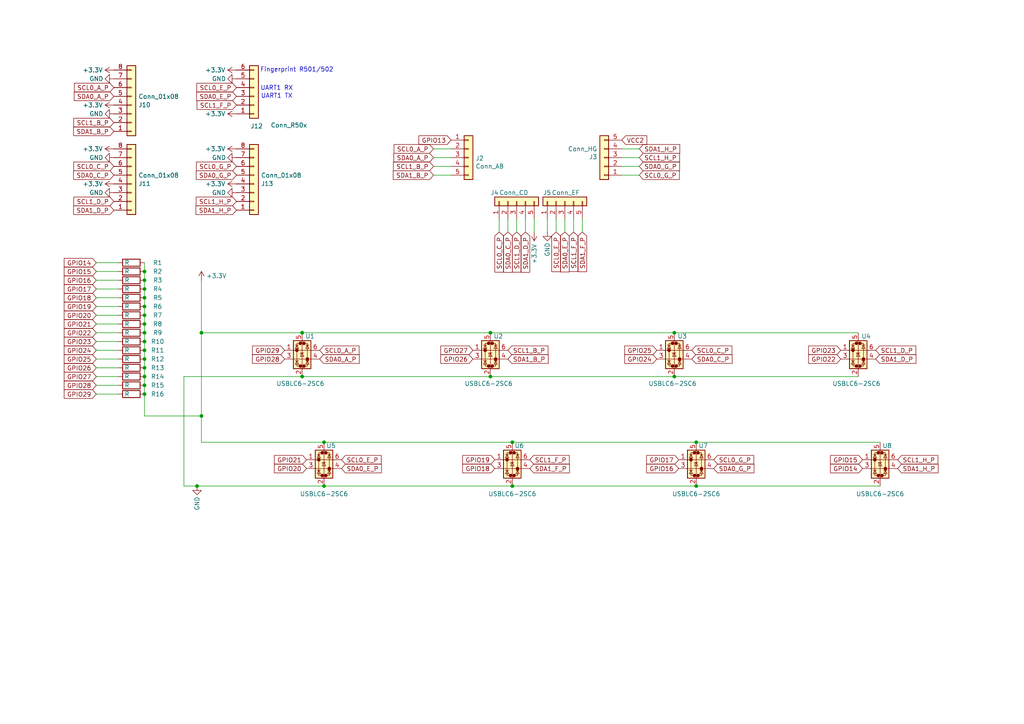
<source format=kicad_sch>
(kicad_sch (version 20231120) (generator "eeschema") (generator_version "8.0")
  (paper "A4")
  (title_block (title "UP1-SEN-8x") (date "2025-07-02") (rev "V01.00") (company "OpenKNX") (comment 1 "by Ing-Dom <dom@ing-dom.de>") (comment 2 "OpenKNX Open Hardware under CC BY-NC-SA 4.0") (comment 4 "https://OpenKNX.de"))
  (lib_symbols
    (symbol "Connector_Generic:Conn_01x05" (pin_names (offset 1.016) hide)
      (property "Reference" "J" (at 0 7.62 0))
      (property "Value" "Conn_01x05" (at 0 -7.62 0))
      (symbol "Conn_01x05_1_1"
        (rectangle (start -1.27 -4.953) (end 0 -5.207) (stroke (width 0.1524)))
        (rectangle (start -1.27 -2.413) (end 0 -2.667) (stroke (width 0.1524)))
        (rectangle (start -1.27 0.127) (end 0 -0.127) (stroke (width 0.1524)))
        (rectangle (start -1.27 2.667) (end 0 2.413) (stroke (width 0.1524)))
        (rectangle (start -1.27 5.207) (end 0 4.953) (stroke (width 0.1524)))
        (rectangle (start -1.27 6.35) (end 1.27 -6.35) (stroke (width 0.254)) (fill (type background)))
        (pin passive line (at -5.08 5.08 0) (length 3.81) (name "Pin_1") (number "1"))
        (pin passive line (at -5.08 2.54 0) (length 3.81) (name "Pin_2") (number "2"))
        (pin passive line (at -5.08 0 0) (length 3.81) (name "Pin_3") (number "3"))
        (pin passive line (at -5.08 -2.54 0) (length 3.81) (name "Pin_4") (number "4"))
        (pin passive line (at -5.08 -5.08 0) (length 3.81) (name "Pin_5") (number "5"))
      )
    )
    (symbol "Connector_Generic:Conn_01x06" (pin_names (offset 1.016) hide)
      (property "Reference" "J" (at 0 7.62 0))
      (property "Value" "Conn_01x06" (at 0 -10.16 0))
      (symbol "Conn_01x06_1_1"
        (rectangle (start -1.27 -7.493) (end 0 -7.747) (stroke (width 0.1524)))
        (rectangle (start -1.27 -4.953) (end 0 -5.207) (stroke (width 0.1524)))
        (rectangle (start -1.27 -2.413) (end 0 -2.667) (stroke (width 0.1524)))
        (rectangle (start -1.27 0.127) (end 0 -0.127) (stroke (width 0.1524)))
        (rectangle (start -1.27 2.667) (end 0 2.413) (stroke (width 0.1524)))
        (rectangle (start -1.27 5.207) (end 0 4.953) (stroke (width 0.1524)))
        (rectangle (start -1.27 6.35) (end 1.27 -8.89) (stroke (width 0.254)) (fill (type background)))
        (pin passive line (at -5.08 5.08 0) (length 3.81) (name "Pin_1") (number "1"))
        (pin passive line (at -5.08 2.54 0) (length 3.81) (name "Pin_2") (number "2"))
        (pin passive line (at -5.08 0 0) (length 3.81) (name "Pin_3") (number "3"))
        (pin passive line (at -5.08 -2.54 0) (length 3.81) (name "Pin_4") (number "4"))
        (pin passive line (at -5.08 -5.08 0) (length 3.81) (name "Pin_5") (number "5"))
        (pin passive line (at -5.08 -7.62 0) (length 3.81) (name "Pin_6") (number "6"))
      )
    )
    (symbol "Connector_Generic:Conn_01x08" (pin_names (offset 1.016) hide)
      (property "Reference" "J" (at 0 10.16 0))
      (property "Value" "Conn_01x08" (at 0 -12.7 0))
      (symbol "Conn_01x08_1_1"
        (rectangle (start -1.27 -10.033) (end 0 -10.287) (stroke (width 0.1524)))
        (rectangle (start -1.27 -7.493) (end 0 -7.747) (stroke (width 0.1524)))
        (rectangle (start -1.27 -4.953) (end 0 -5.207) (stroke (width 0.1524)))
        (rectangle (start -1.27 -2.413) (end 0 -2.667) (stroke (width 0.1524)))
        (rectangle (start -1.27 0.127) (end 0 -0.127) (stroke (width 0.1524)))
        (rectangle (start -1.27 2.667) (end 0 2.413) (stroke (width 0.1524)))
        (rectangle (start -1.27 5.207) (end 0 4.953) (stroke (width 0.1524)))
        (rectangle (start -1.27 7.747) (end 0 7.493) (stroke (width 0.1524)))
        (rectangle (start -1.27 8.89) (end 1.27 -11.43) (stroke (width 0.254)) (fill (type background)))
        (pin passive line (at -5.08 7.62 0) (length 3.81) (name "Pin_1") (number "1"))
        (pin passive line (at -5.08 5.08 0) (length 3.81) (name "Pin_2") (number "2"))
        (pin passive line (at -5.08 2.54 0) (length 3.81) (name "Pin_3") (number "3"))
        (pin passive line (at -5.08 0 0) (length 3.81) (name "Pin_4") (number "4"))
        (pin passive line (at -5.08 -2.54 0) (length 3.81) (name "Pin_5") (number "5"))
        (pin passive line (at -5.08 -5.08 0) (length 3.81) (name "Pin_6") (number "6"))
        (pin passive line (at -5.08 -7.62 0) (length 3.81) (name "Pin_7") (number "7"))
        (pin passive line (at -5.08 -10.16 0) (length 3.81) (name "Pin_8") (number "8"))
      )
    )
    (symbol "Device:R" (pin_numbers hide) (pin_names (offset 0))
      (property "Reference" "R" (at 2.032 0 90))
      (property "Value" "R" (at 0 0 90))
      (symbol "R_0_1"
        (rectangle (start -1.016 -2.54) (end 1.016 2.54) (stroke (width 0.254)))
      )
      (symbol "R_1_1"
        (pin passive line (at 0 3.81 270) (length 1.27) (name "~") (number "1"))
        (pin passive line (at 0 -3.81 90) (length 1.27) (name "~") (number "2"))
      )
    )
    (symbol "Power_Protection:USBLC6-2SC6" (pin_names hide)
      (property "Reference" "U" (at 0.635 5.715 0))
      (property "Value" "USBLC6-2SC6" (at 0.635 3.81 0))
      (symbol "USBLC6-2SC6_0_0"
        (circle (center -1.524 0) (radius 0.0001) (stroke (width 0.508)))
        (circle (center -0.508 -4.572) (radius 0.0001) (stroke (width 0.508)))
        (circle (center -0.508 2.032) (radius 0.0001) (stroke (width 0.508)))
        (circle (center 0.508 -4.572) (radius 0.0001) (stroke (width 0.508)))
        (circle (center 0.508 2.032) (radius 0.0001) (stroke (width 0.508)))
        (circle (center 1.524 -2.54) (radius 0.0001) (stroke (width 0.508)))
      )
      (symbol "USBLC6-2SC6_0_1"
        (polyline (pts (xy -2.54 -2.54) (xy 2.54 -2.54)))
        (polyline (pts (xy -2.54 0) (xy 2.54 0)))
        (polyline (pts (xy -2.032 -3.048) (xy -1.016 -3.048)))
        (polyline (pts (xy -1.016 1.524) (xy -2.032 1.524)))
        (polyline (pts (xy 1.016 -3.048) (xy 2.032 -3.048)))
        (polyline (pts (xy 1.016 1.524) (xy 2.032 1.524)))
        (polyline (pts (xy -0.508 -1.143) (xy -0.508 -0.762) (xy 0.508 -0.762)))
        (polyline (pts (xy -2.032 0.508) (xy -1.016 0.508) (xy -1.524 1.524) (xy -2.032 0.508)))
        (polyline (pts (xy -1.016 -4.064) (xy -2.032 -4.064) (xy -1.524 -3.048) (xy -1.016 -4.064)))
        (polyline (pts (xy 0.508 -1.778) (xy -0.508 -1.778) (xy 0 -0.762) (xy 0.508 -1.778)))
        (polyline (pts (xy 2.032 -4.064) (xy 1.016 -4.064) (xy 1.524 -3.048) (xy 2.032 -4.064)))
        (polyline (pts (xy 2.032 0.508) (xy 1.016 0.508) (xy 1.524 1.524) (xy 2.032 0.508)))
        (polyline (pts (xy 0 2.54) (xy -0.508 2.032) (xy 0.508 2.032) (xy 0 1.524) (xy 0 -4.064) (xy -0.508 -4.572) (xy 0.508 -4.572) (xy 0 -5.08)))
      )
      (symbol "USBLC6-2SC6_1_1"
        (rectangle (start -2.54 2.794) (end 2.54 -5.334) (stroke (width 0.254)) (fill (type background)))
        (polyline (pts (xy -0.508 2.032) (xy -1.524 2.032) (xy -1.524 -4.572) (xy -0.508 -4.572)))
        (polyline (pts (xy 0.508 -4.572) (xy 1.524 -4.572) (xy 1.524 2.032) (xy 0.508 2.032)))
        (pin passive line (at -5.08 0 0) (length 2.54) (name "I/O1") (number "1"))
        (pin passive line (at 0 -7.62 90) (length 2.54) (name "GND") (number "2"))
        (pin passive line (at -5.08 -2.54 0) (length 2.54) (name "I/O2") (number "3"))
        (pin passive line (at 5.08 -2.54 180) (length 2.54) (name "I/O2") (number "4"))
        (pin passive line (at 0 5.08 270) (length 2.54) (name "VBUS") (number "5"))
        (pin passive line (at 5.08 0 180) (length 2.54) (name "I/O1") (number "6"))
      )
    )
    (symbol "power:+3.3V" (power) (pin_numbers hide) (pin_names (offset 0) hide)
      (property "Value" "+3.3V" (at 0 3.556 0))
      (symbol "+3.3V_0_1"
        (polyline (pts (xy -0.762 1.27) (xy 0 2.54)))
        (polyline (pts (xy 0 0) (xy 0 2.54)))
        (polyline (pts (xy 0 2.54) (xy 0.762 1.27)))
      )
      (symbol "+3.3V_1_1"
        (pin power_in line (at 0 0 90) (length 0) (name "~") (number "1"))
      )
    )
    (symbol "power:GND" (power) (pin_numbers hide) (pin_names (offset 0) hide)
      (property "Value" "GND" (at 0 -3.81 0))
      (symbol "GND_0_1"
        (polyline (pts (xy 0 0) (xy 0 -1.27) (xy 1.27 -1.27) (xy 0 -2.54) (xy -1.27 -1.27) (xy 0 -1.27)))
      )
      (symbol "GND_1_1"
        (pin power_in line (at 0 0 270) (length 0) (name "~") (number "1"))
      )
    )
  )
  (junction (at 58.42 96.52))
  (junction (at 41.91 111.76))
  (junction (at 57.15 140.97))
  (junction (at 41.91 78.74))
  (junction (at 41.91 114.3))
  (junction (at 41.91 106.68))
  (junction (at 41.91 88.9))
  (junction (at 41.91 99.06))
  (junction (at 148.59 140.97))
  (junction (at 41.91 109.22))
  (junction (at 41.91 91.44))
  (junction (at 148.59 128.27))
  (junction (at 87.63 109.22))
  (junction (at 58.42 120.65))
  (junction (at 201.93 140.97))
  (junction (at 41.91 96.52))
  (junction (at 41.91 83.82))
  (junction (at 93.98 140.97))
  (junction (at 41.91 101.6))
  (junction (at 41.91 86.36))
  (junction (at 142.24 96.52))
  (junction (at 41.91 81.28))
  (junction (at 201.93 128.27))
  (junction (at 195.58 96.52))
  (junction (at 142.24 109.22))
  (junction (at 41.91 93.98))
  (junction (at 195.58 109.22))
  (junction (at 93.98 128.27))
  (junction (at 87.63 96.52))
  (junction (at 41.91 104.14))
  (wire (pts (xy 34.29 88.9) (xy 27.94 88.9)))
  (wire (pts (xy 163.83 67.31) (xy 163.83 63.5)))
  (wire (pts (xy 93.98 140.97) (xy 148.59 140.97)))
  (wire (pts (xy 142.24 96.52) (xy 195.58 96.52)))
  (wire (pts (xy 185.42 48.26) (xy 180.34 48.26)))
  (wire (pts (xy 125.73 43.18) (xy 130.81 43.18)))
  (wire (pts (xy 148.59 128.27) (xy 93.98 128.27)))
  (wire (pts (xy 53.34 140.97) (xy 57.15 140.97)))
  (wire (pts (xy 58.42 120.65) (xy 41.91 120.65)))
  (wire (pts (xy 158.75 63.5) (xy 158.75 67.31)))
  (wire (pts (xy 34.29 93.98) (xy 27.94 93.98)))
  (wire (pts (xy 195.58 96.52) (xy 248.92 96.52)))
  (wire (pts (xy 248.92 109.22) (xy 195.58 109.22)))
  (wire (pts (xy 41.91 106.68) (xy 41.91 109.22)))
  (wire (pts (xy 27.94 96.52) (xy 34.29 96.52)))
  (wire (pts (xy 148.59 140.97) (xy 201.93 140.97)))
  (wire (pts (xy 41.91 96.52) (xy 41.91 99.06)))
  (wire (pts (xy 27.94 106.68) (xy 34.29 106.68)))
  (wire (pts (xy 41.91 91.44) (xy 41.91 93.98)))
  (wire (pts (xy 41.91 88.9) (xy 41.91 91.44)))
  (wire (pts (xy 53.34 109.22) (xy 53.34 140.97)))
  (wire (pts (xy 41.91 109.22) (xy 41.91 111.76)))
  (wire (pts (xy 180.34 50.8) (xy 185.42 50.8)))
  (wire (pts (xy 58.42 81.28) (xy 58.42 96.52)))
  (wire (pts (xy 41.91 86.36) (xy 41.91 88.9)))
  (wire (pts (xy 27.94 114.3) (xy 34.29 114.3)))
  (wire (pts (xy 180.34 45.72) (xy 185.42 45.72)))
  (wire (pts (xy 34.29 78.74) (xy 27.94 78.74)))
  (wire (pts (xy 142.24 109.22) (xy 87.63 109.22)))
  (wire (pts (xy 255.27 128.27) (xy 201.93 128.27)))
  (wire (pts (xy 58.42 96.52) (xy 87.63 96.52)))
  (wire (pts (xy 93.98 128.27) (xy 58.42 128.27)))
  (wire (pts (xy 144.78 63.5) (xy 144.78 67.31)))
  (wire (pts (xy 27.94 81.28) (xy 34.29 81.28)))
  (wire (pts (xy 130.81 45.72) (xy 125.73 45.72)))
  (wire (pts (xy 41.91 111.76) (xy 41.91 114.3)))
  (wire (pts (xy 130.81 50.8) (xy 125.73 50.8)))
  (wire (pts (xy 152.4 67.31) (xy 152.4 63.5)))
  (wire (pts (xy 147.32 67.31) (xy 147.32 63.5)))
  (wire (pts (xy 34.29 83.82) (xy 27.94 83.82)))
  (wire (pts (xy 41.91 83.82) (xy 41.91 86.36)))
  (wire (pts (xy 41.91 93.98) (xy 41.91 96.52)))
  (wire (pts (xy 87.63 96.52) (xy 142.24 96.52)))
  (wire (pts (xy 34.29 99.06) (xy 27.94 99.06)))
  (wire (pts (xy 149.86 63.5) (xy 149.86 67.31)))
  (wire (pts (xy 195.58 109.22) (xy 142.24 109.22)))
  (wire (pts (xy 41.91 101.6) (xy 41.91 104.14)))
  (wire (pts (xy 41.91 114.3) (xy 41.91 120.65)))
  (wire (pts (xy 41.91 76.2) (xy 41.91 78.74)))
  (wire (pts (xy 27.94 76.2) (xy 34.29 76.2)))
  (wire (pts (xy 41.91 78.74) (xy 41.91 81.28)))
  (wire (pts (xy 154.94 63.5) (xy 154.94 67.31)))
  (wire (pts (xy 41.91 81.28) (xy 41.91 83.82)))
  (wire (pts (xy 27.94 91.44) (xy 34.29 91.44)))
  (wire (pts (xy 57.15 140.97) (xy 93.98 140.97)))
  (wire (pts (xy 41.91 99.06) (xy 41.91 101.6)))
  (wire (pts (xy 161.29 63.5) (xy 161.29 67.31)))
  (wire (pts (xy 58.42 128.27) (xy 58.42 120.65)))
  (wire (pts (xy 87.63 109.22) (xy 53.34 109.22)))
  (wire (pts (xy 201.93 140.97) (xy 255.27 140.97)))
  (wire (pts (xy 125.73 48.26) (xy 130.81 48.26)))
  (wire (pts (xy 27.94 86.36) (xy 34.29 86.36)))
  (wire (pts (xy 201.93 128.27) (xy 148.59 128.27)))
  (wire (pts (xy 168.91 67.31) (xy 168.91 63.5)))
  (wire (pts (xy 185.42 43.18) (xy 180.34 43.18)))
  (wire (pts (xy 34.29 104.14) (xy 27.94 104.14)))
  (wire (pts (xy 34.29 111.76) (xy 27.94 111.76)))
  (wire (pts (xy 166.37 63.5) (xy 166.37 67.31)))
  (wire (pts (xy 41.91 104.14) (xy 41.91 106.68)))
  (wire (pts (xy 27.94 101.6) (xy 34.29 101.6)))
  (wire (pts (xy 58.42 120.65) (xy 58.42 96.52)))
  (wire (pts (xy 27.94 109.22) (xy 34.29 109.22)))
  (text "Fingerprint R501/502" (at 86.106 20.32 0) (effects (font (size 1.27 1.27))))
  (text "UART1 RX" (at 80.264 25.654 0) (effects (font (size 1.27 1.27))))
  (text "UART1 TX" (at 80.264 27.94 0) (effects (font (size 1.27 1.27))))
  (global_label "SDA0_C_P" (shape input) (at 147.32 67.31 270) (property "Intersheetrefs" "${INTERSHEET_REFS}" (effects (hide yes))))
  (global_label "SDA1_H_P" (shape input) (at 260.35 135.89 0) (property "Intersheetrefs" "${INTERSHEET_REFS}" (effects (hide yes))))
  (global_label "SDA1_D_P" (shape input) (at 33.02 60.96 180) (property "Intersheetrefs" "${INTERSHEET_REFS}" (effects (hide yes))))
  (global_label "SCL1_F_P" (shape input) (at 153.67 133.35 0) (property "Intersheetrefs" "${INTERSHEET_REFS}" (effects (hide yes))))
  (global_label "SDA0_E_P" (shape input) (at 99.06 135.89 0) (property "Intersheetrefs" "${INTERSHEET_REFS}" (effects (hide yes))))
  (global_label "SCL0_E_P" (shape input) (at 68.58 25.4 180) (property "Intersheetrefs" "${INTERSHEET_REFS}" (effects (hide yes))))
  (global_label "GPIO19" (shape input) (at 27.94 88.9 180) (property "Intersheetrefs" "${INTERSHEET_REFS}" (effects (hide yes))))
  (global_label "GPIO26" (shape input) (at 27.94 106.68 180) (property "Intersheetrefs" "${INTERSHEET_REFS}" (effects (hide yes))))
  (global_label "SDA0_G_P" (shape input) (at 185.42 48.26 0) (property "Intersheetrefs" "${INTERSHEET_REFS}" (effects (hide yes))))
  (global_label "SCL0_C_P" (shape input) (at 200.66 101.6 0) (property "Intersheetrefs" "${INTERSHEET_REFS}" (effects (hide yes))))
  (global_label "SDA1_B_P" (shape input) (at 125.73 50.8 180) (property "Intersheetrefs" "${INTERSHEET_REFS}" (effects (hide yes))))
  (global_label "SDA0_E_P" (shape input) (at 163.83 67.31 270) (property "Intersheetrefs" "${INTERSHEET_REFS}" (effects (hide yes))))
  (global_label "GPIO23" (shape input) (at 243.84 101.6 180) (property "Intersheetrefs" "${INTERSHEET_REFS}" (effects (hide yes))))
  (global_label "SCL1_D_P" (shape input) (at 149.86 67.31 270) (property "Intersheetrefs" "${INTERSHEET_REFS}" (effects (hide yes))))
  (global_label "GPIO27" (shape input) (at 137.16 101.6 180) (property "Intersheetrefs" "${INTERSHEET_REFS}" (effects (hide yes))))
  (global_label "SCL0_A_P" (shape input) (at 125.73 43.18 180) (property "Intersheetrefs" "${INTERSHEET_REFS}" (effects (hide yes))))
  (global_label "SDA1_B_P" (shape input) (at 33.02 38.1 180) (property "Intersheetrefs" "${INTERSHEET_REFS}" (effects (hide yes))))
  (global_label "SDA1_D_P" (shape input) (at 152.4 67.31 270) (property "Intersheetrefs" "${INTERSHEET_REFS}" (effects (hide yes))))
  (global_label "SCL1_F_P" (shape input) (at 68.58 30.48 180) (property "Intersheetrefs" "${INTERSHEET_REFS}" (effects (hide yes))))
  (global_label "GPIO18" (shape input) (at 143.51 135.89 180) (property "Intersheetrefs" "${INTERSHEET_REFS}" (effects (hide yes))))
  (global_label "GPIO21" (shape input) (at 27.94 93.98 180) (property "Intersheetrefs" "${INTERSHEET_REFS}" (effects (hide yes))))
  (global_label "SDA0_A_P" (shape input) (at 92.71 104.14 0) (property "Intersheetrefs" "${INTERSHEET_REFS}" (effects (hide yes))))
  (global_label "SCL1_D_P" (shape input) (at 33.02 58.42 180) (property "Intersheetrefs" "${INTERSHEET_REFS}" (effects (hide yes))))
  (global_label "GPIO13" (shape input) (at 130.81 40.64 180) (property "Intersheetrefs" "${INTERSHEET_REFS}" (effects (hide yes))))
  (global_label "SDA1_B_P" (shape input) (at 147.32 104.14 0) (property "Intersheetrefs" "${INTERSHEET_REFS}" (effects (hide yes))))
  (global_label "GPIO19" (shape input) (at 143.51 133.35 180) (property "Intersheetrefs" "${INTERSHEET_REFS}" (effects (hide yes))))
  (global_label "GPIO28" (shape input) (at 82.55 104.14 180) (property "Intersheetrefs" "${INTERSHEET_REFS}" (effects (hide yes))))
  (global_label "SCL0_A_P" (shape input) (at 92.71 101.6 0) (property "Intersheetrefs" "${INTERSHEET_REFS}" (effects (hide yes))))
  (global_label "GPIO29" (shape input) (at 82.55 101.6 180) (property "Intersheetrefs" "${INTERSHEET_REFS}" (effects (hide yes))))
  (global_label "GPIO23" (shape input) (at 27.94 99.06 180) (property "Intersheetrefs" "${INTERSHEET_REFS}" (effects (hide yes))))
  (global_label "SCL0_G_P" (shape input) (at 207.01 133.35 0) (property "Intersheetrefs" "${INTERSHEET_REFS}" (effects (hide yes))))
  (global_label "GPIO14" (shape input) (at 27.94 76.2 180) (property "Intersheetrefs" "${INTERSHEET_REFS}" (effects (hide yes))))
  (global_label "SCL1_H_P" (shape input) (at 260.35 133.35 0) (property "Intersheetrefs" "${INTERSHEET_REFS}" (effects (hide yes))))
  (global_label "GPIO15" (shape input) (at 27.94 78.74 180) (property "Intersheetrefs" "${INTERSHEET_REFS}" (effects (hide yes))))
  (global_label "SCL0_G_P" (shape input) (at 185.42 50.8 0) (property "Intersheetrefs" "${INTERSHEET_REFS}" (effects (hide yes))))
  (global_label "GPIO22" (shape input) (at 27.94 96.52 180) (property "Intersheetrefs" "${INTERSHEET_REFS}" (effects (hide yes))))
  (global_label "SDA1_H_P" (shape input) (at 185.42 43.18 0) (property "Intersheetrefs" "${INTERSHEET_REFS}" (effects (hide yes))))
  (global_label "SDA0_A_P" (shape input) (at 125.73 45.72 180) (property "Intersheetrefs" "${INTERSHEET_REFS}" (effects (hide yes))))
  (global_label "GPIO16" (shape input) (at 27.94 81.28 180) (property "Intersheetrefs" "${INTERSHEET_REFS}" (effects (hide yes))))
  (global_label "SDA0_C_P" (shape input) (at 200.66 104.14 0) (property "Intersheetrefs" "${INTERSHEET_REFS}" (effects (hide yes))))
  (global_label "GPIO26" (shape input) (at 137.16 104.14 180) (property "Intersheetrefs" "${INTERSHEET_REFS}" (effects (hide yes))))
  (global_label "SCL1_B_P" (shape input) (at 33.02 35.56 180) (property "Intersheetrefs" "${INTERSHEET_REFS}" (effects (hide yes))))
  (global_label "GPIO28" (shape input) (at 27.94 111.76 180) (property "Intersheetrefs" "${INTERSHEET_REFS}" (effects (hide yes))))
  (global_label "SDA0_G_P" (shape input) (at 207.01 135.89 0) (property "Intersheetrefs" "${INTERSHEET_REFS}" (effects (hide yes))))
  (global_label "GPIO20" (shape input) (at 88.9 135.89 180) (property "Intersheetrefs" "${INTERSHEET_REFS}" (effects (hide yes))))
  (global_label "GPIO15" (shape input) (at 250.19 133.35 180) (property "Intersheetrefs" "${INTERSHEET_REFS}" (effects (hide yes))))
  (global_label "SCL0_G_P" (shape input) (at 68.58 48.26 180) (property "Intersheetrefs" "${INTERSHEET_REFS}" (effects (hide yes))))
  (global_label "SCL0_C_P" (shape input) (at 144.78 67.31 270) (property "Intersheetrefs" "${INTERSHEET_REFS}" (effects (hide yes))))
  (global_label "GPIO14" (shape input) (at 250.19 135.89 180) (property "Intersheetrefs" "${INTERSHEET_REFS}" (effects (hide yes))))
  (global_label "SDA1_D_P" (shape input) (at 254 104.14 0) (property "Intersheetrefs" "${INTERSHEET_REFS}" (effects (hide yes))))
  (global_label "VCC2" (shape input) (at 180.34 40.64 0) (property "Intersheetrefs" "${INTERSHEET_REFS}" (effects (hide yes))))
  (global_label "GPIO24" (shape input) (at 27.94 101.6 180) (property "Intersheetrefs" "${INTERSHEET_REFS}" (effects (hide yes))))
  (global_label "SDA0_G_P" (shape input) (at 68.58 50.8 180) (property "Intersheetrefs" "${INTERSHEET_REFS}" (effects (hide yes))))
  (global_label "GPIO21" (shape input) (at 88.9 133.35 180) (property "Intersheetrefs" "${INTERSHEET_REFS}" (effects (hide yes))))
  (global_label "SDA1_F_P" (shape input) (at 168.91 67.31 270) (property "Intersheetrefs" "${INTERSHEET_REFS}" (effects (hide yes))))
  (global_label "SDA1_F_P" (shape input) (at 153.67 135.89 0) (property "Intersheetrefs" "${INTERSHEET_REFS}" (effects (hide yes))))
  (global_label "GPIO25" (shape input) (at 190.5 101.6 180) (property "Intersheetrefs" "${INTERSHEET_REFS}" (effects (hide yes))))
  (global_label "SDA1_H_P" (shape input) (at 68.58 60.96 180) (property "Intersheetrefs" "${INTERSHEET_REFS}" (effects (hide yes))))
  (global_label "SCL1_H_P" (shape input) (at 68.58 58.42 180) (property "Intersheetrefs" "${INTERSHEET_REFS}" (effects (hide yes))))
  (global_label "GPIO20" (shape input) (at 27.94 91.44 180) (property "Intersheetrefs" "${INTERSHEET_REFS}" (effects (hide yes))))
  (global_label "SCL1_D_P" (shape input) (at 254 101.6 0) (property "Intersheetrefs" "${INTERSHEET_REFS}" (effects (hide yes))))
  (global_label "SCL0_A_P" (shape input) (at 33.02 25.4 180) (property "Intersheetrefs" "${INTERSHEET_REFS}" (effects (hide yes))))
  (global_label "GPIO25" (shape input) (at 27.94 104.14 180) (property "Intersheetrefs" "${INTERSHEET_REFS}" (effects (hide yes))))
  (global_label "SCL1_B_P" (shape input) (at 125.73 48.26 180) (property "Intersheetrefs" "${INTERSHEET_REFS}" (effects (hide yes))))
  (global_label "GPIO17" (shape input) (at 196.85 133.35 180) (property "Intersheetrefs" "${INTERSHEET_REFS}" (effects (hide yes))))
  (global_label "GPIO29" (shape input) (at 27.94 114.3 180) (property "Intersheetrefs" "${INTERSHEET_REFS}" (effects (hide yes))))
  (global_label "GPIO16" (shape input) (at 196.85 135.89 180) (property "Intersheetrefs" "${INTERSHEET_REFS}" (effects (hide yes))))
  (global_label "GPIO24" (shape input) (at 190.5 104.14 180) (property "Intersheetrefs" "${INTERSHEET_REFS}" (effects (hide yes))))
  (global_label "SCL1_H_P" (shape input) (at 185.42 45.72 0) (property "Intersheetrefs" "${INTERSHEET_REFS}" (effects (hide yes))))
  (global_label "GPIO18" (shape input) (at 27.94 86.36 180) (property "Intersheetrefs" "${INTERSHEET_REFS}" (effects (hide yes))))
  (global_label "SCL0_C_P" (shape input) (at 33.02 48.26 180) (property "Intersheetrefs" "${INTERSHEET_REFS}" (effects (hide yes))))
  (global_label "SCL1_B_P" (shape input) (at 147.32 101.6 0) (property "Intersheetrefs" "${INTERSHEET_REFS}" (effects (hide yes))))
  (global_label "GPIO17" (shape input) (at 27.94 83.82 180) (property "Intersheetrefs" "${INTERSHEET_REFS}" (effects (hide yes))))
  (global_label "GPIO22" (shape input) (at 243.84 104.14 180) (property "Intersheetrefs" "${INTERSHEET_REFS}" (effects (hide yes))))
  (global_label "SCL0_E_P" (shape input) (at 99.06 133.35 0) (property "Intersheetrefs" "${INTERSHEET_REFS}" (effects (hide yes))))
  (global_label "SDA0_A_P" (shape input) (at 33.02 27.94 180) (property "Intersheetrefs" "${INTERSHEET_REFS}" (effects (hide yes))))
  (global_label "SDA0_C_P" (shape input) (at 33.02 50.8 180) (property "Intersheetrefs" "${INTERSHEET_REFS}" (effects (hide yes))))
  (global_label "SCL0_E_P" (shape input) (at 161.29 67.31 270) (property "Intersheetrefs" "${INTERSHEET_REFS}" (effects (hide yes))))
  (global_label "SDA0_E_P" (shape input) (at 68.58 27.94 180) (property "Intersheetrefs" "${INTERSHEET_REFS}" (effects (hide yes))))
  (global_label "SCL1_F_P" (shape input) (at 166.37 67.31 270) (property "Intersheetrefs" "${INTERSHEET_REFS}" (effects (hide yes))))
  (global_label "GPIO27" (shape input) (at 27.94 109.22 180) (property "Intersheetrefs" "${INTERSHEET_REFS}" (effects (hide yes))))
  (symbol (lib_id "Connector_Generic:Conn_01x05") (at 175.26 45.72 180) (unit 1)
    (property "Reference" "J3" (at 173.228 45.5168 0) (effects (justify left)))
    (property "Value" "Conn_HG" (at 173.228 43.2054 0) (effects (justify left)))
    (property "Footprint" "DomsKiCADLib:Cixi_Kefa_KF128-2.54-5p" (effects (hide yes)))
  )
  (symbol (lib_id "Connector_Generic:Conn_01x05") (at 149.86 58.42 90) (unit 1)
    (property "Reference" "J4" (at 142.24 55.88 90) (effects (justify right)))
    (property "Value" "Conn_CD" (at 144.78 55.88 90) (effects (justify right)))
    (property "Footprint" "DomsKiCADLib:Cixi_Kefa_KF128-2.54-5p" (effects (hide yes)))
  )
  (symbol (lib_id "Connector_Generic:Conn_01x05") (at 163.83 58.42 90) (unit 1)
    (property "Reference" "J5" (at 157.48 55.88 90) (effects (justify right)))
    (property "Value" "Conn_EF" (at 160.02 55.88 90) (effects (justify right)))
    (property "Footprint" "DomsKiCADLib:Cixi_Kefa_KF128-2.54-5p" (effects (hide yes)))
  )
  (symbol (lib_id "Connector_Generic:Conn_01x05") (at 135.89 45.72 0) (unit 1)
    (property "Reference" "J2" (at 137.922 45.9232 0) (effects (justify left)))
    (property "Value" "Conn_AB" (at 137.922 48.2346 0) (effects (justify left)))
    (property "Footprint" "DomsKiCADLib:Cixi_Kefa_KF128-2.54-5p" (effects (hide yes)))
  )
  (symbol (lib_id "Device:R") (at 38.1 76.2 270) (unit 1)
    (property "Reference" "R1" (at 45.72 76.2 90))
    (property "Value" "R" (at 36.83 76.2 90))
    (property "Footprint" "Resistor_SMD:R_0603_1608Metric_Pad0.98x0.95mm_HandSolder" (effects (hide yes)))
  )
  (symbol (lib_id "Device:R") (at 38.1 78.74 270) (unit 1)
    (property "Reference" "R2" (at 45.72 78.74 90))
    (property "Value" "R" (at 36.83 78.74 90))
    (property "Footprint" "Resistor_SMD:R_0603_1608Metric_Pad0.98x0.95mm_HandSolder" (effects (hide yes)))
  )
  (symbol (lib_id "Device:R") (at 38.1 81.28 270) (unit 1)
    (property "Reference" "R3" (at 45.72 81.28 90))
    (property "Value" "R" (at 36.83 81.28 90))
    (property "Footprint" "Resistor_SMD:R_0603_1608Metric_Pad0.98x0.95mm_HandSolder" (effects (hide yes)))
  )
  (symbol (lib_id "Device:R") (at 38.1 83.82 270) (unit 1)
    (property "Reference" "R4" (at 45.72 83.82 90))
    (property "Value" "R" (at 36.83 83.82 90))
    (property "Footprint" "Resistor_SMD:R_0603_1608Metric_Pad0.98x0.95mm_HandSolder" (effects (hide yes)))
  )
  (symbol (lib_id "Device:R") (at 38.1 86.36 270) (unit 1)
    (property "Reference" "R5" (at 45.72 86.36 90))
    (property "Value" "R" (at 36.83 86.36 90))
    (property "Footprint" "Resistor_SMD:R_0603_1608Metric_Pad0.98x0.95mm_HandSolder" (effects (hide yes)))
  )
  (symbol (lib_id "Device:R") (at 38.1 88.9 270) (unit 1)
    (property "Reference" "R6" (at 45.72 88.9 90))
    (property "Value" "R" (at 36.83 88.9 90))
    (property "Footprint" "Resistor_SMD:R_0603_1608Metric_Pad0.98x0.95mm_HandSolder" (effects (hide yes)))
  )
  (symbol (lib_id "Device:R") (at 38.1 91.44 270) (unit 1)
    (property "Reference" "R7" (at 45.72 91.44 90))
    (property "Value" "R" (at 36.83 91.44 90))
    (property "Footprint" "Resistor_SMD:R_0603_1608Metric_Pad0.98x0.95mm_HandSolder" (effects (hide yes)))
  )
  (symbol (lib_id "Device:R") (at 38.1 93.98 270) (unit 1)
    (property "Reference" "R8" (at 45.72 93.98 90))
    (property "Value" "R" (at 36.83 93.98 90))
    (property "Footprint" "Resistor_SMD:R_0603_1608Metric_Pad0.98x0.95mm_HandSolder" (effects (hide yes)))
  )
  (symbol (lib_id "Device:R") (at 38.1 96.52 270) (unit 1)
    (property "Reference" "R9" (at 45.72 96.52 90))
    (property "Value" "R" (at 36.83 96.52 90))
    (property "Footprint" "Resistor_SMD:R_0603_1608Metric_Pad0.98x0.95mm_HandSolder" (effects (hide yes)))
  )
  (symbol (lib_id "Device:R") (at 38.1 99.06 270) (unit 1)
    (property "Reference" "R10" (at 45.72 99.06 90))
    (property "Value" "R" (at 36.83 99.06 90))
    (property "Footprint" "Resistor_SMD:R_0603_1608Metric_Pad0.98x0.95mm_HandSolder" (effects (hide yes)))
  )
  (symbol (lib_id "Device:R") (at 38.1 101.6 270) (unit 1)
    (property "Reference" "R11" (at 45.72 101.6 90))
    (property "Value" "R" (at 36.83 101.6 90))
    (property "Footprint" "Resistor_SMD:R_0603_1608Metric_Pad0.98x0.95mm_HandSolder" (effects (hide yes)))
  )
  (symbol (lib_id "Device:R") (at 38.1 104.14 270) (unit 1)
    (property "Reference" "R12" (at 45.72 104.14 90))
    (property "Value" "R" (at 36.83 104.14 90))
    (property "Footprint" "Resistor_SMD:R_0603_1608Metric_Pad0.98x0.95mm_HandSolder" (effects (hide yes)))
  )
  (symbol (lib_id "Device:R") (at 38.1 106.68 270) (unit 1)
    (property "Reference" "R13" (at 45.72 106.68 90))
    (property "Value" "R" (at 36.83 106.68 90))
    (property "Footprint" "Resistor_SMD:R_0603_1608Metric_Pad0.98x0.95mm_HandSolder" (effects (hide yes)))
  )
  (symbol (lib_id "Device:R") (at 38.1 109.22 270) (unit 1)
    (property "Reference" "R14" (at 45.72 109.22 90))
    (property "Value" "R" (at 36.83 109.22 90))
    (property "Footprint" "Resistor_SMD:R_0603_1608Metric_Pad0.98x0.95mm_HandSolder" (effects (hide yes)))
  )
  (symbol (lib_id "Device:R") (at 38.1 111.76 270) (unit 1)
    (property "Reference" "R15" (at 45.72 111.76 90))
    (property "Value" "R" (at 36.83 111.76 90))
    (property "Footprint" "Resistor_SMD:R_0603_1608Metric_Pad0.98x0.95mm_HandSolder" (effects (hide yes)))
  )
  (symbol (lib_id "Device:R") (at 38.1 114.3 270) (unit 1)
    (property "Reference" "R16" (at 45.72 114.3 90))
    (property "Value" "R" (at 36.83 114.3 90))
    (property "Footprint" "Resistor_SMD:R_0603_1608Metric_Pad0.98x0.95mm_HandSolder" (effects (hide yes)))
  )
  (symbol (lib_id "Power_Protection:USBLC6-2SC6") (at 87.63 101.6 0) (unit 1)
    (property "Reference" "U1" (at 89.916 97.536 0))
    (property "Value" "USBLC6-2SC6" (at 87.122 111.252 0))
    (property "Footprint" "Package_TO_SOT_SMD:SOT-23-6" (effects (hide yes)))
    (property "Datasheet" "http://www2.st.com/resource/en/datasheet/CD00050750.pdf" (effects (hide yes)))
  )
  (symbol (lib_id "Power_Protection:USBLC6-2SC6") (at 142.24 101.6 0) (unit 1)
    (property "Reference" "U2" (at 144.526 97.536 0))
    (property "Value" "USBLC6-2SC6" (at 141.732 111.252 0))
    (property "Footprint" "Package_TO_SOT_SMD:SOT-23-6" (effects (hide yes)))
    (property "Datasheet" "http://www2.st.com/resource/en/datasheet/CD00050750.pdf" (effects (hide yes)))
  )
  (symbol (lib_id "Power_Protection:USBLC6-2SC6") (at 195.58 101.6 0) (unit 1)
    (property "Reference" "U3" (at 197.866 97.536 0))
    (property "Value" "USBLC6-2SC6" (at 195.072 111.252 0))
    (property "Footprint" "Package_TO_SOT_SMD:SOT-23-6" (effects (hide yes)))
    (property "Datasheet" "http://www2.st.com/resource/en/datasheet/CD00050750.pdf" (effects (hide yes)))
  )
  (symbol (lib_id "Power_Protection:USBLC6-2SC6") (at 248.92 101.6 0) (unit 1)
    (property "Reference" "U4" (at 251.206 97.536 0))
    (property "Value" "USBLC6-2SC6" (at 248.412 111.252 0))
    (property "Footprint" "Package_TO_SOT_SMD:SOT-23-6" (effects (hide yes)))
    (property "Datasheet" "http://www2.st.com/resource/en/datasheet/CD00050750.pdf" (effects (hide yes)))
  )
  (symbol (lib_id "Power_Protection:USBLC6-2SC6") (at 93.98 133.35 0) (unit 1)
    (property "Reference" "U5" (at 96.012 129.286 0))
    (property "Value" "USBLC6-2SC6" (at 93.98 143.256 0))
    (property "Footprint" "Package_TO_SOT_SMD:SOT-23-6" (effects (hide yes)))
    (property "Datasheet" "http://www2.st.com/resource/en/datasheet/CD00050750.pdf" (effects (hide yes)))
  )
  (symbol (lib_id "Power_Protection:USBLC6-2SC6") (at 148.59 133.35 0) (unit 1)
    (property "Reference" "U6" (at 150.622 129.286 0))
    (property "Value" "USBLC6-2SC6" (at 148.59 143.256 0))
    (property "Footprint" "Package_TO_SOT_SMD:SOT-23-6" (effects (hide yes)))
    (property "Datasheet" "http://www2.st.com/resource/en/datasheet/CD00050750.pdf" (effects (hide yes)))
  )
  (symbol (lib_id "Power_Protection:USBLC6-2SC6") (at 201.93 133.35 0) (unit 1)
    (property "Reference" "U7" (at 203.962 129.286 0))
    (property "Value" "USBLC6-2SC6" (at 201.93 143.256 0))
    (property "Footprint" "Package_TO_SOT_SMD:SOT-23-6" (effects (hide yes)))
    (property "Datasheet" "http://www2.st.com/resource/en/datasheet/CD00050750.pdf" (effects (hide yes)))
  )
  (symbol (lib_id "Power_Protection:USBLC6-2SC6") (at 255.27 133.35 0) (unit 1)
    (property "Reference" "U8" (at 257.302 129.286 0))
    (property "Value" "USBLC6-2SC6" (at 255.27 143.256 0))
    (property "Footprint" "Package_TO_SOT_SMD:SOT-23-6" (effects (hide yes)))
    (property "Datasheet" "http://www2.st.com/resource/en/datasheet/CD00050750.pdf" (effects (hide yes)))
  )
  (symbol (lib_id "power:+3.3V") (at 33.02 20.32 90) (unit 1)
    (property "Reference" "#PWR033" (effects (hide yes)))
    (property "Value" "+3.3V" (at 29.845 20.32 90) (effects (justify left)))
    (property "Description" "Power symbol creates a global label with name \"+3.3V\"" (effects (hide yes)))
  )
  (symbol (lib_id "Connector_Generic:Conn_01x08") (at 38.1 53.34 0) (mirror x) (unit 1)
    (property "Reference" "J11" (at 40.132 53.2822 0) (effects (justify left)))
    (property "Value" "Conn_01x08" (at 40.132 50.8579 0) (effects (justify left)))
    (property "Footprint" "EasyEDALib:CONN-SMD_8P-P1.00_MEGASTAR_ZX-SH1.0-8PLT" (effects (hide yes)))
    (property "Description" "Generic connector, single row, 01x08, script generated (kicad-library-utils/schlib/autogen/connector/)" (effects (hide yes)))
  )
  (symbol (lib_id "power:+3.3V") (at 154.94 67.31 180) (unit 1)
    (property "Reference" "#PWR014" (effects (hide yes)))
    (property "Value" "+3.3V" (at 154.94 73.66 90))
    (property "Description" "Power symbol creates a global label with name \"+3.3V\"" (effects (hide yes)))
  )
  (symbol (lib_id "power:+3.3V") (at 68.58 33.02 90) (unit 1)
    (property "Reference" "#PWR028" (effects (hide yes)))
    (property "Value" "+3.3V" (at 65.405 33.02 90) (effects (justify left)))
    (property "Description" "Power symbol creates a global label with name \"+3.3V\"" (effects (hide yes)))
  )
  (symbol (lib_id "power:GND") (at 33.02 22.86 270) (unit 1)
    (property "Reference" "#PWR034" (effects (hide yes)))
    (property "Value" "GND" (at 27.94 22.86 90))
    (property "Description" "Power symbol creates a global label with name \"GND\" , ground" (effects (hide yes)))
  )
  (symbol (lib_id "power:+3.3V") (at 68.58 53.34 90) (unit 1)
    (property "Reference" "#PWR039" (effects (hide yes)))
    (property "Value" "+3.3V" (at 65.405 53.34 90) (effects (justify left)))
    (property "Description" "Power symbol creates a global label with name \"+3.3V\"" (effects (hide yes)))
  )
  (symbol (lib_id "power:+3.3V") (at 33.02 43.18 90) (unit 1)
    (property "Reference" "#PWR023" (effects (hide yes)))
    (property "Value" "+3.3V" (at 29.845 43.18 90) (effects (justify left)))
    (property "Description" "Power symbol creates a global label with name \"+3.3V\"" (effects (hide yes)))
  )
  (symbol (lib_id "power:GND") (at 33.02 45.72 270) (unit 1)
    (property "Reference" "#PWR025" (effects (hide yes)))
    (property "Value" "GND" (at 27.94 45.72 90))
    (property "Description" "Power symbol creates a global label with name \"GND\" , ground" (effects (hide yes)))
  )
  (symbol (lib_id "Connector_Generic:Conn_01x08") (at 73.66 53.34 0) (mirror x) (unit 1)
    (property "Reference" "J13" (at 75.692 53.2822 0) (effects (justify left)))
    (property "Value" "Conn_01x08" (at 75.692 50.8579 0) (effects (justify left)))
    (property "Footprint" "EasyEDALib:CONN-SMD_8P-P1.00_MEGASTAR_ZX-SH1.0-8PLT" (effects (hide yes)))
    (property "Description" "Generic connector, single row, 01x08, script generated (kicad-library-utils/schlib/autogen/connector/)" (effects (hide yes)))
  )
  (symbol (lib_id "power:+3.3V") (at 68.58 20.32 90) (unit 1)
    (property "Reference" "#PWR026" (effects (hide yes)))
    (property "Value" "+3.3V" (at 65.405 20.32 90) (effects (justify left)))
    (property "Description" "Power symbol creates a global label with name \"+3.3V\"" (effects (hide yes)))
  )
  (symbol (lib_id "Connector_Generic:Conn_01x08") (at 38.1 30.48 0) (mirror x) (unit 1)
    (property "Reference" "J10" (at 40.132 30.4222 0) (effects (justify left)))
    (property "Value" "Conn_01x08" (at 40.132 27.9979 0) (effects (justify left)))
    (property "Footprint" "EasyEDALib:CONN-SMD_8P-P1.00_MEGASTAR_ZX-SH1.0-8PLT" (effects (hide yes)))
    (property "Description" "Generic connector, single row, 01x08, script generated (kicad-library-utils/schlib/autogen/connector/)" (effects (hide yes)))
  )
  (symbol (lib_id "power:GND") (at 158.75 67.31 0) (unit 1)
    (property "Reference" "#PWR019" (effects (hide yes)))
    (property "Value" "GND" (at 158.75 72.39 90))
    (property "Description" "Power symbol creates a global label with name \"GND\" , ground" (effects (hide yes)))
  )
  (symbol (lib_id "power:GND") (at 33.02 33.02 270) (unit 1)
    (property "Reference" "#PWR036" (effects (hide yes)))
    (property "Value" "GND" (at 27.94 33.02 90))
    (property "Description" "Power symbol creates a global label with name \"GND\" , ground" (effects (hide yes)))
  )
  (symbol (lib_id "power:GND") (at 68.58 45.72 270) (unit 1)
    (property "Reference" "#PWR030" (effects (hide yes)))
    (property "Value" "GND" (at 63.5 45.72 90))
    (property "Description" "Power symbol creates a global label with name \"GND\" , ground" (effects (hide yes)))
  )
  (symbol (lib_id "Connector_Generic:Conn_01x06") (at 73.66 27.94 0) (mirror x) (unit 1)
    (property "Reference" "J12" (at 72.644 36.576 0) (effects (justify left)))
    (property "Value" "Conn_R50x" (at 78.486 36.322 0) (effects (justify left)))
    (property "Footprint" "EasyEDALib:CONN-SMD_6P-P1.00_ZX-SH1.0-6PLT" (effects (hide yes)))
    (property "Description" "Generic connector, single row, 01x06, script generated (kicad-library-utils/schlib/autogen/connector/)" (effects (hide yes)))
  )
  (symbol (lib_id "power:+3.3V") (at 68.58 43.18 90) (unit 1)
    (property "Reference" "#PWR029" (effects (hide yes)))
    (property "Value" "+3.3V" (at 65.405 43.18 90) (effects (justify left)))
    (property "Description" "Power symbol creates a global label with name \"+3.3V\"" (effects (hide yes)))
  )
  (symbol (lib_id "power:GND") (at 33.02 55.88 270) (unit 1)
    (property "Reference" "#PWR038" (effects (hide yes)))
    (property "Value" "GND" (at 27.94 55.88 90))
    (property "Description" "Power symbol creates a global label with name \"GND\" , ground" (effects (hide yes)))
  )
  (symbol (lib_id "power:+3.3V") (at 58.42 81.28 0) (unit 1)
    (property "Reference" "#PWR07" (effects (hide yes)))
    (property "Value" "+3.3V" (at 59.817 80.01 0) (effects (justify left)))
    (property "Description" "Power symbol creates a global label with name \"+3.3V\"" (effects (hide yes)))
  )
  (symbol (lib_id "power:GND") (at 57.15 140.97 0) (unit 1)
    (property "Reference" "#PWR021" (effects (hide yes)))
    (property "Value" "GND" (at 57.15 146.05 90))
    (property "Description" "Power symbol creates a global label with name \"GND\" , ground" (effects (hide yes)))
  )
  (symbol (lib_id "power:+3.3V") (at 33.02 30.48 90) (unit 1)
    (property "Reference" "#PWR035" (effects (hide yes)))
    (property "Value" "+3.3V" (at 29.845 30.48 90) (effects (justify left)))
    (property "Description" "Power symbol creates a global label with name \"+3.3V\"" (effects (hide yes)))
  )
  (symbol (lib_id "power:+3.3V") (at 33.02 53.34 90) (unit 1)
    (property "Reference" "#PWR037" (effects (hide yes)))
    (property "Value" "+3.3V" (at 29.845 53.34 90) (effects (justify left)))
    (property "Description" "Power symbol creates a global label with name \"+3.3V\"" (effects (hide yes)))
  )
  (symbol (lib_id "power:GND") (at 68.58 22.86 270) (unit 1)
    (property "Reference" "#PWR027" (effects (hide yes)))
    (property "Value" "GND" (at 63.5 22.86 90))
    (property "Description" "Power symbol creates a global label with name \"GND\" , ground" (effects (hide yes)))
  )
  (symbol (lib_id "power:GND") (at 68.58 55.88 270) (unit 1)
    (property "Reference" "#PWR040" (effects (hide yes)))
    (property "Value" "GND" (at 63.5 55.88 90))
    (property "Description" "Power symbol creates a global label with name \"GND\" , ground" (effects (hide yes)))
  )
)
</source>
